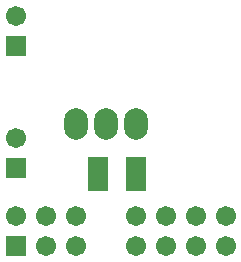
<source format=gbs>
G04 Layer_Color=16711935*
%FSLAX23Y23*%
%MOIN*%
G70*
G01*
G75*
%ADD28R,0.065X0.114*%
%ADD30O,0.079X0.106*%
%ADD31R,0.067X0.067*%
%ADD32C,0.067*%
%ADD33R,0.067X0.067*%
D28*
X338Y305D02*
D03*
X464D02*
D03*
D30*
X264Y470D02*
D03*
X364Y472D02*
D03*
X464Y470D02*
D03*
D31*
X64Y731D02*
D03*
Y325D02*
D03*
D32*
Y831D02*
D03*
Y425D02*
D03*
Y165D02*
D03*
X164Y65D02*
D03*
Y165D02*
D03*
X264Y65D02*
D03*
Y165D02*
D03*
X464Y65D02*
D03*
Y165D02*
D03*
X564Y65D02*
D03*
Y165D02*
D03*
X664Y65D02*
D03*
Y165D02*
D03*
X764Y65D02*
D03*
Y165D02*
D03*
D33*
X64Y65D02*
D03*
M02*

</source>
